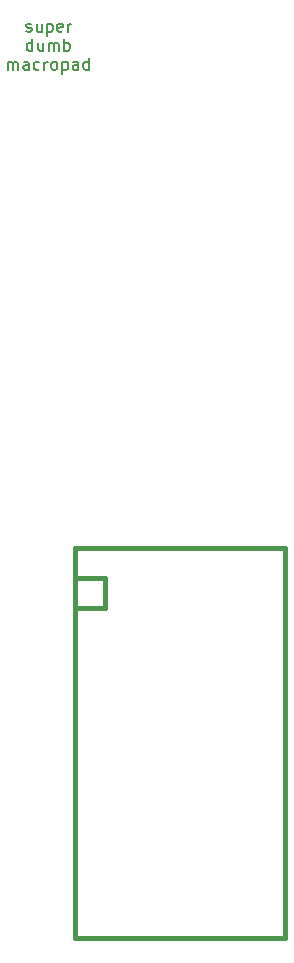
<source format=gbr>
%TF.GenerationSoftware,KiCad,Pcbnew,(5.99.0-12170-ge0011fcd93)*%
%TF.CreationDate,2021-09-26T20:19:55-07:00*%
%TF.ProjectId,dumb macropad,64756d62-206d-4616-9372-6f7061642e6b,rev?*%
%TF.SameCoordinates,Original*%
%TF.FileFunction,Legend,Top*%
%TF.FilePolarity,Positive*%
%FSLAX46Y46*%
G04 Gerber Fmt 4.6, Leading zero omitted, Abs format (unit mm)*
G04 Created by KiCad (PCBNEW (5.99.0-12170-ge0011fcd93)) date 2021-09-26 20:19:55*
%MOMM*%
%LPD*%
G01*
G04 APERTURE LIST*
G04 Aperture macros list*
%AMRoundRect*
0 Rectangle with rounded corners*
0 $1 Rounding radius*
0 $2 $3 $4 $5 $6 $7 $8 $9 X,Y pos of 4 corners*
0 Add a 4 corners polygon primitive as box body*
4,1,4,$2,$3,$4,$5,$6,$7,$8,$9,$2,$3,0*
0 Add four circle primitives for the rounded corners*
1,1,$1+$1,$2,$3*
1,1,$1+$1,$4,$5*
1,1,$1+$1,$6,$7*
1,1,$1+$1,$8,$9*
0 Add four rect primitives between the rounded corners*
20,1,$1+$1,$2,$3,$4,$5,0*
20,1,$1+$1,$4,$5,$6,$7,0*
20,1,$1+$1,$6,$7,$8,$9,0*
20,1,$1+$1,$8,$9,$2,$3,0*%
G04 Aperture macros list end*
%ADD10C,0.150000*%
%ADD11C,0.381000*%
%ADD12C,1.752600*%
%ADD13R,1.752600X1.752600*%
%ADD14C,4.000000*%
%ADD15C,0.500000*%
%ADD16C,0.787400*%
%ADD17RoundRect,1.008000X6.992000X6.992000X-6.992000X6.992000X-6.992000X-6.992000X6.992000X-6.992000X0*%
%ADD18C,3.987800*%
%ADD19C,1.750000*%
G04 APERTURE END LIST*
D10*
X85449857Y-39273461D02*
X85545095Y-39321080D01*
X85735571Y-39321080D01*
X85830809Y-39273461D01*
X85878428Y-39178223D01*
X85878428Y-39130604D01*
X85830809Y-39035366D01*
X85735571Y-38987747D01*
X85592714Y-38987747D01*
X85497476Y-38940128D01*
X85449857Y-38844890D01*
X85449857Y-38797271D01*
X85497476Y-38702033D01*
X85592714Y-38654414D01*
X85735571Y-38654414D01*
X85830809Y-38702033D01*
X86735571Y-38654414D02*
X86735571Y-39321080D01*
X86307000Y-38654414D02*
X86307000Y-39178223D01*
X86354619Y-39273461D01*
X86449857Y-39321080D01*
X86592714Y-39321080D01*
X86687952Y-39273461D01*
X86735571Y-39225842D01*
X87211761Y-38654414D02*
X87211761Y-39654414D01*
X87211761Y-38702033D02*
X87307000Y-38654414D01*
X87497476Y-38654414D01*
X87592714Y-38702033D01*
X87640333Y-38749652D01*
X87687952Y-38844890D01*
X87687952Y-39130604D01*
X87640333Y-39225842D01*
X87592714Y-39273461D01*
X87497476Y-39321080D01*
X87307000Y-39321080D01*
X87211761Y-39273461D01*
X88497476Y-39273461D02*
X88402238Y-39321080D01*
X88211761Y-39321080D01*
X88116523Y-39273461D01*
X88068904Y-39178223D01*
X88068904Y-38797271D01*
X88116523Y-38702033D01*
X88211761Y-38654414D01*
X88402238Y-38654414D01*
X88497476Y-38702033D01*
X88545095Y-38797271D01*
X88545095Y-38892509D01*
X88068904Y-38987747D01*
X88973666Y-39321080D02*
X88973666Y-38654414D01*
X88973666Y-38844890D02*
X89021285Y-38749652D01*
X89068904Y-38702033D01*
X89164142Y-38654414D01*
X89259380Y-38654414D01*
X85949857Y-40931080D02*
X85949857Y-39931080D01*
X85949857Y-40883461D02*
X85854619Y-40931080D01*
X85664142Y-40931080D01*
X85568904Y-40883461D01*
X85521285Y-40835842D01*
X85473666Y-40740604D01*
X85473666Y-40454890D01*
X85521285Y-40359652D01*
X85568904Y-40312033D01*
X85664142Y-40264414D01*
X85854619Y-40264414D01*
X85949857Y-40312033D01*
X86854619Y-40264414D02*
X86854619Y-40931080D01*
X86426047Y-40264414D02*
X86426047Y-40788223D01*
X86473666Y-40883461D01*
X86568904Y-40931080D01*
X86711761Y-40931080D01*
X86807000Y-40883461D01*
X86854619Y-40835842D01*
X87330809Y-40931080D02*
X87330809Y-40264414D01*
X87330809Y-40359652D02*
X87378428Y-40312033D01*
X87473666Y-40264414D01*
X87616523Y-40264414D01*
X87711761Y-40312033D01*
X87759380Y-40407271D01*
X87759380Y-40931080D01*
X87759380Y-40407271D02*
X87807000Y-40312033D01*
X87902238Y-40264414D01*
X88045095Y-40264414D01*
X88140333Y-40312033D01*
X88187952Y-40407271D01*
X88187952Y-40931080D01*
X88664142Y-40931080D02*
X88664142Y-39931080D01*
X88664142Y-40312033D02*
X88759380Y-40264414D01*
X88949857Y-40264414D01*
X89045095Y-40312033D01*
X89092714Y-40359652D01*
X89140333Y-40454890D01*
X89140333Y-40740604D01*
X89092714Y-40835842D01*
X89045095Y-40883461D01*
X88949857Y-40931080D01*
X88759380Y-40931080D01*
X88664142Y-40883461D01*
X83878428Y-42541080D02*
X83878428Y-41874414D01*
X83878428Y-41969652D02*
X83926047Y-41922033D01*
X84021285Y-41874414D01*
X84164142Y-41874414D01*
X84259380Y-41922033D01*
X84307000Y-42017271D01*
X84307000Y-42541080D01*
X84307000Y-42017271D02*
X84354619Y-41922033D01*
X84449857Y-41874414D01*
X84592714Y-41874414D01*
X84687952Y-41922033D01*
X84735571Y-42017271D01*
X84735571Y-42541080D01*
X85640333Y-42541080D02*
X85640333Y-42017271D01*
X85592714Y-41922033D01*
X85497476Y-41874414D01*
X85307000Y-41874414D01*
X85211761Y-41922033D01*
X85640333Y-42493461D02*
X85545095Y-42541080D01*
X85307000Y-42541080D01*
X85211761Y-42493461D01*
X85164142Y-42398223D01*
X85164142Y-42302985D01*
X85211761Y-42207747D01*
X85307000Y-42160128D01*
X85545095Y-42160128D01*
X85640333Y-42112509D01*
X86545095Y-42493461D02*
X86449857Y-42541080D01*
X86259380Y-42541080D01*
X86164142Y-42493461D01*
X86116523Y-42445842D01*
X86068904Y-42350604D01*
X86068904Y-42064890D01*
X86116523Y-41969652D01*
X86164142Y-41922033D01*
X86259380Y-41874414D01*
X86449857Y-41874414D01*
X86545095Y-41922033D01*
X86973666Y-42541080D02*
X86973666Y-41874414D01*
X86973666Y-42064890D02*
X87021285Y-41969652D01*
X87068904Y-41922033D01*
X87164142Y-41874414D01*
X87259380Y-41874414D01*
X87735571Y-42541080D02*
X87640333Y-42493461D01*
X87592714Y-42445842D01*
X87545095Y-42350604D01*
X87545095Y-42064890D01*
X87592714Y-41969652D01*
X87640333Y-41922033D01*
X87735571Y-41874414D01*
X87878428Y-41874414D01*
X87973666Y-41922033D01*
X88021285Y-41969652D01*
X88068904Y-42064890D01*
X88068904Y-42350604D01*
X88021285Y-42445842D01*
X87973666Y-42493461D01*
X87878428Y-42541080D01*
X87735571Y-42541080D01*
X88497476Y-41874414D02*
X88497476Y-42874414D01*
X88497476Y-41922033D02*
X88592714Y-41874414D01*
X88783190Y-41874414D01*
X88878428Y-41922033D01*
X88926047Y-41969652D01*
X88973666Y-42064890D01*
X88973666Y-42350604D01*
X88926047Y-42445842D01*
X88878428Y-42493461D01*
X88783190Y-42541080D01*
X88592714Y-42541080D01*
X88497476Y-42493461D01*
X89830809Y-42541080D02*
X89830809Y-42017271D01*
X89783190Y-41922033D01*
X89687952Y-41874414D01*
X89497476Y-41874414D01*
X89402238Y-41922033D01*
X89830809Y-42493461D02*
X89735571Y-42541080D01*
X89497476Y-42541080D01*
X89402238Y-42493461D01*
X89354619Y-42398223D01*
X89354619Y-42302985D01*
X89402238Y-42207747D01*
X89497476Y-42160128D01*
X89735571Y-42160128D01*
X89830809Y-42112509D01*
X90735571Y-42541080D02*
X90735571Y-41541080D01*
X90735571Y-42493461D02*
X90640333Y-42541080D01*
X90449857Y-42541080D01*
X90354619Y-42493461D01*
X90307000Y-42445842D01*
X90259380Y-42350604D01*
X90259380Y-42064890D01*
X90307000Y-41969652D01*
X90354619Y-41922033D01*
X90449857Y-41874414D01*
X90640333Y-41874414D01*
X90735571Y-41922033D01*
D11*
%TO.C,U1*%
X92068800Y-85559900D02*
X89528800Y-85559900D01*
X89528800Y-83019900D02*
X89528800Y-85559900D01*
X107308800Y-83019900D02*
X89528800Y-83019900D01*
X107308800Y-85559900D02*
X107308800Y-83019900D01*
X92068800Y-88099900D02*
X89528800Y-88099900D01*
X92068800Y-85559900D02*
X92068800Y-88099900D01*
X107308800Y-116039900D02*
X107308800Y-85559900D01*
X89528800Y-116039900D02*
X107308800Y-116039900D01*
X89528800Y-85559900D02*
X89528800Y-116039900D01*
%TD*%
D12*
%TO.C,U1*%
X106038800Y-86829900D03*
X90798800Y-114769900D03*
X106038800Y-89369900D03*
X106038800Y-91909900D03*
X106038800Y-94449900D03*
X106038800Y-96989900D03*
X106038800Y-99529900D03*
X106038800Y-102069900D03*
X106038800Y-104609900D03*
X106038800Y-107149900D03*
X106038800Y-109689900D03*
X106038800Y-112229900D03*
X106038800Y-114769900D03*
X90798800Y-112229900D03*
X90798800Y-109689900D03*
X90798800Y-107149900D03*
X90798800Y-104609900D03*
X90798800Y-102069900D03*
X90798800Y-99529900D03*
X90798800Y-96989900D03*
X90798800Y-94449900D03*
X90798800Y-91909900D03*
X90798800Y-89369900D03*
D13*
X90798800Y-86829900D03*
%TD*%
%LPC*%
D14*
%TO.C,Ref\u002A\u002A*%
X84132200Y-173820300D03*
D15*
X85632200Y-173820300D03*
X82632200Y-173820300D03*
X84132200Y-175320300D03*
X84132200Y-172320300D03*
X85192200Y-174880300D03*
X83072200Y-174880300D03*
X83072200Y-172760300D03*
X85192200Y-172760300D03*
%TD*%
D14*
%TO.C,Ref\u002A\u002A*%
X188900600Y-173820300D03*
D15*
X190400600Y-173820300D03*
X187400600Y-173820300D03*
X188900600Y-175320300D03*
X188900600Y-172320300D03*
X189960600Y-174880300D03*
X187840600Y-174880300D03*
X187840600Y-172760300D03*
X189960600Y-172760300D03*
%TD*%
D14*
%TO.C,Ref\u002A\u002A*%
X188900600Y-126992000D03*
D15*
X190400600Y-126992000D03*
X187400600Y-126992000D03*
X188900600Y-128492000D03*
X188900600Y-125492000D03*
X189960600Y-128052000D03*
X187840600Y-128052000D03*
X187840600Y-125932000D03*
X189960600Y-125932000D03*
%TD*%
D14*
%TO.C,Ref\u002A\u002A*%
X84132200Y-126992000D03*
D15*
X85632200Y-126992000D03*
X82632200Y-126992000D03*
X84132200Y-128492000D03*
X84132200Y-125492000D03*
X85192200Y-128052000D03*
X83072200Y-128052000D03*
X83072200Y-125932000D03*
X85192200Y-125932000D03*
%TD*%
D14*
%TO.C,Ref\u002A\u002A*%
X84132200Y-76195200D03*
D15*
X85632200Y-76195200D03*
X82632200Y-76195200D03*
X84132200Y-77695200D03*
X84132200Y-74695200D03*
X85192200Y-77255200D03*
X83072200Y-77255200D03*
X83072200Y-75135200D03*
X85192200Y-75135200D03*
%TD*%
D14*
%TO.C,Ref\u002A\u002A*%
X188900600Y-76195200D03*
D15*
X190400600Y-76195200D03*
X187400600Y-76195200D03*
X188900600Y-77695200D03*
X188900600Y-74695200D03*
X189960600Y-77255200D03*
X187840600Y-77255200D03*
X187840600Y-75135200D03*
X189960600Y-75135200D03*
%TD*%
D14*
%TO.C,Ref\u002A\u002A*%
X188900600Y-29366900D03*
D15*
X190400600Y-29366900D03*
X187400600Y-29366900D03*
X188900600Y-30866900D03*
X188900600Y-27866900D03*
X189960600Y-30426900D03*
X187840600Y-30426900D03*
X187840600Y-28306900D03*
X189960600Y-28306900D03*
%TD*%
D14*
%TO.C,Ref\u002A\u002A*%
X84132200Y-29366900D03*
D15*
X85632200Y-29366900D03*
X82632200Y-29366900D03*
X84132200Y-30866900D03*
X84132200Y-27866900D03*
X85192200Y-30426900D03*
X83072200Y-30426900D03*
X83072200Y-28306900D03*
X85192200Y-28306900D03*
%TD*%
D16*
%TO.C,REF\u002A\u002A*%
X174614000Y-120896400D03*
X173344000Y-120896400D03*
X172074000Y-120896400D03*
X175884000Y-120896400D03*
X177154000Y-120896400D03*
%TD*%
%TO.C,REF\u002A\u002A*%
X98418800Y-120896400D03*
X97148800Y-120896400D03*
X95878800Y-120896400D03*
X99688800Y-120896400D03*
X100958800Y-120896400D03*
%TD*%
%TO.C,REF\u002A\u002A*%
X177154000Y-123563200D03*
X173344000Y-123563200D03*
X172074000Y-123563200D03*
X174614000Y-123563200D03*
X175884000Y-123563200D03*
%TD*%
%TO.C,REF\u002A\u002A*%
X100958800Y-123563200D03*
X98418800Y-123563200D03*
X99688800Y-123563200D03*
X95878800Y-123563200D03*
X97148800Y-123563200D03*
%TD*%
%TO.C,REF\u002A\u002A*%
X98418800Y-79624000D03*
X97148800Y-79624000D03*
X95878800Y-79624000D03*
X99688800Y-79624000D03*
X100958800Y-79624000D03*
%TD*%
%TO.C,REF\u002A\u002A*%
X174614000Y-79624000D03*
X173344000Y-79624000D03*
X172074000Y-79624000D03*
X175884000Y-79624000D03*
X177154000Y-79624000D03*
%TD*%
%TO.C,REF\u002A\u002A*%
X174614000Y-82290800D03*
X175884000Y-82290800D03*
X177154000Y-82290800D03*
X173344000Y-82290800D03*
X172074000Y-82290800D03*
%TD*%
%TO.C,REF\u002A\u002A*%
X98418800Y-82290800D03*
X99688800Y-82290800D03*
X100958800Y-82290800D03*
X97148800Y-82290800D03*
X95878800Y-82290800D03*
%TD*%
D17*
%TO.C,REF\u002A\u002A*%
X174614000Y-62702300D03*
%TD*%
%TO.C,REF\u002A\u002A*%
X155565200Y-62702300D03*
%TD*%
%TO.C,REF\u002A\u002A*%
X136516400Y-62702300D03*
%TD*%
%TO.C,REF\u002A\u002A*%
X117467600Y-62702300D03*
%TD*%
%TO.C,REF\u002A\u002A*%
X174614000Y-43653500D03*
%TD*%
%TO.C,REF\u002A\u002A*%
X155565200Y-43653500D03*
%TD*%
%TO.C,REF\u002A\u002A*%
X136516400Y-43653500D03*
%TD*%
%TO.C,REF\u002A\u002A*%
X117467600Y-43653500D03*
%TD*%
D12*
%TO.C,U1*%
X106038800Y-86829900D03*
X90798800Y-114769900D03*
X106038800Y-89369900D03*
X106038800Y-91909900D03*
X106038800Y-94449900D03*
X106038800Y-96989900D03*
X106038800Y-99529900D03*
X106038800Y-102069900D03*
X106038800Y-104609900D03*
X106038800Y-107149900D03*
X106038800Y-109689900D03*
X106038800Y-112229900D03*
X106038800Y-114769900D03*
X90798800Y-112229900D03*
X90798800Y-109689900D03*
X90798800Y-107149900D03*
X90798800Y-104609900D03*
X90798800Y-102069900D03*
X90798800Y-99529900D03*
X90798800Y-96989900D03*
X90798800Y-94449900D03*
X90798800Y-91909900D03*
X90798800Y-89369900D03*
D13*
X90798800Y-86829900D03*
%TD*%
D18*
%TO.C,MX8*%
X174614000Y-111118000D03*
D19*
X169534000Y-111118000D03*
X179694000Y-111118000D03*
%TD*%
D18*
%TO.C,MX7*%
X155565200Y-111118000D03*
D19*
X150485200Y-111118000D03*
X160645200Y-111118000D03*
%TD*%
D18*
%TO.C,MX6*%
X136516400Y-111118000D03*
D19*
X131436400Y-111118000D03*
X141596400Y-111118000D03*
%TD*%
D18*
%TO.C,MX5*%
X117467600Y-111118000D03*
D19*
X112387600Y-111118000D03*
X122547600Y-111118000D03*
%TD*%
D18*
%TO.C,MX4*%
X174614000Y-92069200D03*
D19*
X169534000Y-92069200D03*
X179694000Y-92069200D03*
%TD*%
D18*
%TO.C,MX3*%
X155565200Y-92069200D03*
D19*
X150485200Y-92069200D03*
X160645200Y-92069200D03*
%TD*%
D18*
%TO.C,MX2*%
X136516400Y-92069200D03*
D19*
X131436400Y-92069200D03*
X141596400Y-92069200D03*
%TD*%
D18*
%TO.C,MX1*%
X117467600Y-92069200D03*
D19*
X112387600Y-92069200D03*
X122547600Y-92069200D03*
%TD*%
M02*

</source>
